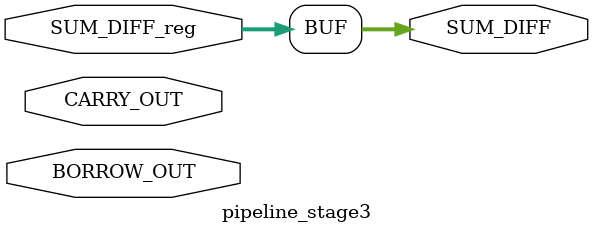
<source format=v>
module add_sub (
    input [15:0] A,
    input [15:0] B,
    input CTRL,
    output [15:0] SUM_DIFF,
    output CARRY_OUT_BORROW_OUT
);

reg [15:0] A_reg, B_reg, SUM_DIFF_reg;
reg CTRL_reg;
reg CARRY_IN_reg, BORROW_IN_reg;
wire CARRY_OUT, BORROW_OUT;

assign CARRY_OUT_BORROW_OUT = (CTRL == 0) ? CARRY_OUT : BORROW_OUT;

pipeline_stage1 stage1 (
    .A(A),
    .B(B),
    .CTRL(CTRL),
    .A_reg(A_reg),
    .B_reg(B_reg),
    .CTRL_reg(CTRL_reg),
    .CARRY_IN_reg(CARRY_IN_reg),
    .BORROW_IN_reg(BORROW_IN_reg)
);

pipeline_stage2 stage2 (
    .A_reg(A_reg),
    .B_reg(B_reg),
    .CTRL_reg(CTRL_reg),
    .CARRY_IN_reg(CARRY_IN_reg),
    .BORROW_IN_reg(BORROW_IN_reg),
    .SUM_DIFF_reg(SUM_DIFF_reg),
    .CARRY_OUT(CARRY_OUT),
    .BORROW_OUT(BORROW_OUT)
);

pipeline_stage3 stage3 (
    .SUM_DIFF_reg(SUM_DIFF_reg),
    .CARRY_OUT(CARRY_OUT),
    .BORROW_OUT(BORROW_OUT),
    .SUM_DIFF(SUM_DIFF)
);

endmodule

module pipeline_stage1 (
    input [15:0] A,
    input [15:0] B,
    input CTRL,
    output reg [15:0] A_reg,
    output reg [15:0] B_reg,
    output reg CTRL_reg,
    output reg CARRY_IN_reg,
    output reg BORROW_IN_reg
);

always @(A, B, CTRL) begin
    A_reg <= A;
    B_reg <= B;
    CTRL_reg <= CTRL;
    CARRY_IN_reg <= 1'b0;
    BORROW_IN_reg <= 1'b0;
end

endmodule

module pipeline_stage2 (
    input [15:0] A_reg,
    input [15:0] B_reg,
    input CTRL_reg,
    input CARRY_IN_reg,
    input BORROW_IN_reg,
    output reg [15:0] SUM_DIFF_reg,
    output reg CARRY_OUT,
    output reg BORROW_OUT
);

always @(A_reg, B_reg, CTRL_reg, CARRY_IN_reg, BORROW_IN_reg) begin
    if (CTRL_reg == 0) begin
        {CARRY_OUT, SUM_DIFF_reg} <= A_reg + B_reg + CARRY_IN_reg;
        BORROW_OUT <= (A_reg < B_reg) || ((A_reg == B_reg) && (CARRY_IN_reg == 1'b1));
    end else begin
        {BORROW_OUT, SUM_DIFF_reg} <= A_reg - B_reg - BORROW_IN_reg;
        CARRY_OUT <= (A_reg >= B_reg) && ((A_reg != B_reg) || (BORROW_IN_reg == 1'b1));
    end
end

endmodule

module pipeline_stage3 (
    input [15:0] SUM_DIFF_reg,
    input CARRY_OUT,
    input BORROW_OUT,
    output [15:0] SUM_DIFF
);

assign SUM_DIFF = SUM_DIFF_reg;

endmodule
</source>
